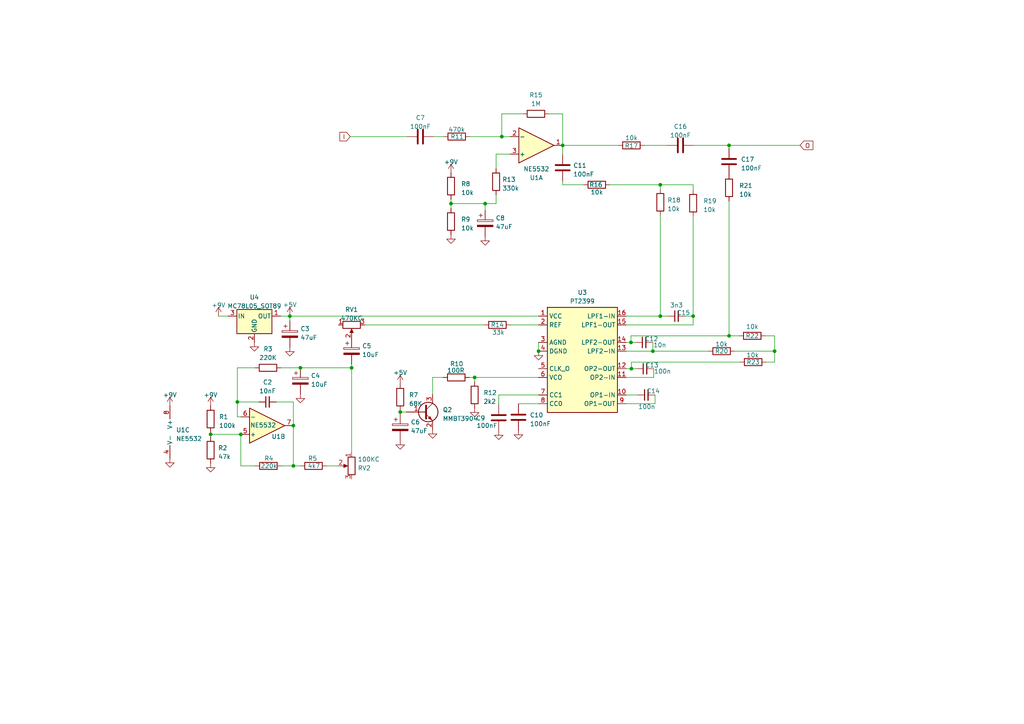
<source format=kicad_sch>
(kicad_sch (version 20230121) (generator eeschema)
  (paper "A4")
  (title_block (title "Little Angel Chorus") (date "2023-05-25") (rev "3") (company "Rick Holt - Frequency Central") (comment 1 " Birthday Edition"))
  (lib_symbols
    (symbol "Amplifier_Operational:NE5532" (pin_names (offset 0.127))
      (property "Reference" "U" (at 0 5.08 0))
      (property "Value" "NE5532" (at 0 -5.08 0))
      (symbol "NE5532_1_1"
        (polyline (pts (xy -5.08 5.08) (xy 5.08 0) (xy -5.08 -5.08) (xy -5.08 5.08)) (stroke (width 0.254)) (fill (type background)))
        (pin output line (at 7.62 0 180) (length 2.54) (name "~") (number "1"))
        (pin input line (at -7.62 -2.54 0) (length 2.54) (name "-") (number "2"))
        (pin input line (at -7.62 2.54 0) (length 2.54) (name "+") (number "3"))
      )
      (symbol "NE5532_2_1"
        (polyline (pts (xy -5.08 5.08) (xy 5.08 0) (xy -5.08 -5.08) (xy -5.08 5.08)) (stroke (width 0.254)) (fill (type background)))
        (pin input line (at -7.62 2.54 0) (length 2.54) (name "+") (number "5"))
        (pin input line (at -7.62 -2.54 0) (length 2.54) (name "-") (number "6"))
        (pin output line (at 7.62 0 180) (length 2.54) (name "~") (number "7"))
      )
      (symbol "NE5532_3_1"
        (pin power_in line (at -2.54 -7.62 90) (length 3.81) (name "V-") (number "4"))
        (pin power_in line (at -2.54 7.62 270) (length 3.81) (name "V+") (number "8"))
      )
    )
    (symbol "Audio:PT2399"
      (property "Reference" "U" (at 0 17.78 0))
      (property "Value" "PT2399" (at 0 -17.78 0))
      (symbol "PT2399_0_1"
        (rectangle (start -10.16 15.24) (end 10.16 -15.24) (stroke (width 0.254)) (fill (type background)))
      )
      (symbol "PT2399_1_1"
        (pin power_in line (at -12.7 12.7 0) (length 2.54) (name "VCC") (number "1"))
        (pin input line (at 12.7 -10.16 180) (length 2.54) (name "OP1-IN") (number "10"))
        (pin input line (at 12.7 -5.08 180) (length 2.54) (name "OP2-IN") (number "11"))
        (pin output line (at 12.7 -2.54 180) (length 2.54) (name "OP2-OUT") (number "12"))
        (pin input line (at 12.7 2.54 180) (length 2.54) (name "LPF2-IN") (number "13"))
        (pin output line (at 12.7 5.08 180) (length 2.54) (name "LPF2-OUT") (number "14"))
        (pin output line (at 12.7 10.16 180) (length 2.54) (name "LPF1-OUT") (number "15"))
        (pin input line (at 12.7 12.7 180) (length 2.54) (name "LPF1-IN") (number "16"))
        (pin passive line (at -12.7 10.16 0) (length 2.54) (name "REF") (number "2"))
        (pin power_in line (at -12.7 5.08 0) (length 2.54) (name "AGND") (number "3"))
        (pin power_in line (at -12.7 2.54 0) (length 2.54) (name "DGND") (number "4"))
        (pin passive line (at -12.7 -2.54 0) (length 2.54) (name "CLK_O") (number "5"))
        (pin passive line (at -12.7 -5.08 0) (length 2.54) (name "VCO") (number "6"))
        (pin passive line (at -12.7 -10.16 0) (length 2.54) (name "CC1") (number "7"))
        (pin passive line (at -12.7 -12.7 0) (length 2.54) (name "CC0") (number "8"))
        (pin output line (at 12.7 -12.7 180) (length 2.54) (name "OP1-OUT") (number "9"))
      )
    )
    (symbol "Device:C" (pin_numbers hide) (pin_names (offset 0.254))
      (property "Reference" "C" (at 0.635 2.54 0))
      (property "Value" "C" (at 0.635 -2.54 0))
      (symbol "C_0_1"
        (polyline (pts (xy -2.032 -0.762) (xy 2.032 -0.762)) (stroke (width 0.508)))
        (polyline (pts (xy -2.032 0.762) (xy 2.032 0.762)) (stroke (width 0.508)))
      )
      (symbol "C_1_1"
        (pin passive line (at 0 3.81 270) (length 2.794) (name "~") (number "1"))
        (pin passive line (at 0 -3.81 90) (length 2.794) (name "~") (number "2"))
      )
    )
    (symbol "Device:C_Polarized" (pin_numbers hide) (pin_names (offset 0.254))
      (property "Reference" "C" (at 0.635 2.54 0))
      (property "Value" "C_Polarized" (at 0.635 -2.54 0))
      (symbol "C_Polarized_0_1"
        (rectangle (start -2.286 0.508) (end 2.286 1.016))
        (polyline (pts (xy -1.778 2.286) (xy -0.762 2.286)))
        (polyline (pts (xy -1.27 2.794) (xy -1.27 1.778)))
        (rectangle (start 2.286 -0.508) (end -2.286 -1.016) (fill (type outline)))
      )
      (symbol "C_Polarized_1_1"
        (pin passive line (at 0 3.81 270) (length 2.794) (name "~") (number "1"))
        (pin passive line (at 0 -3.81 90) (length 2.794) (name "~") (number "2"))
      )
    )
    (symbol "Device:C_Small" (pin_numbers hide) (pin_names (offset 0.254) hide)
      (property "Reference" "C" (at 0.254 1.778 0))
      (property "Value" "C_Small" (at 0.254 -2.032 0))
      (symbol "C_Small_0_1"
        (polyline (pts (xy -1.524 -0.508) (xy 1.524 -0.508)) (stroke (width 0.3302)))
        (polyline (pts (xy -1.524 0.508) (xy 1.524 0.508)) (stroke (width 0.3048)))
      )
      (symbol "C_Small_1_1"
        (pin passive line (at 0 2.54 270) (length 2.032) (name "~") (number "1"))
        (pin passive line (at 0 -2.54 90) (length 2.032) (name "~") (number "2"))
      )
    )
    (symbol "Device:R" (pin_numbers hide) (pin_names (offset 0))
      (property "Reference" "R" (at 2.032 0 90))
      (property "Value" "R" (at 0 0 90))
      (symbol "R_0_1"
        (rectangle (start -1.016 -2.54) (end 1.016 2.54) (stroke (width 0.254)))
      )
      (symbol "R_1_1"
        (pin passive line (at 0 3.81 270) (length 1.27) (name "~") (number "1"))
        (pin passive line (at 0 -3.81 90) (length 1.27) (name "~") (number "2"))
      )
    )
    (symbol "Device:R_Potentiometer" (pin_names (offset 1.016) hide)
      (property "Reference" "RV" (at -4.445 0 90))
      (property "Value" "R_Potentiometer" (at -2.54 0 90))
      (symbol "R_Potentiometer_0_1"
        (polyline (pts (xy 2.54 0) (xy 1.524 0)))
        (polyline (pts (xy 1.143 0) (xy 2.286 0.508) (xy 2.286 -0.508) (xy 1.143 0)) (fill (type outline)))
        (rectangle (start 1.016 2.54) (end -1.016 -2.54) (stroke (width 0.254)))
      )
      (symbol "R_Potentiometer_1_1"
        (pin passive line (at 0 3.81 270) (length 1.27) (name "1") (number "1"))
        (pin passive line (at 3.81 0 180) (length 1.27) (name "2") (number "2"))
        (pin passive line (at 0 -3.81 90) (length 1.27) (name "3") (number "3"))
      )
    )
    (symbol "Regulator_Linear:MC78L05_SOT89" (pin_names (offset 0.254))
      (property "Reference" "U" (at -3.81 3.175 0))
      (property "Value" "MC78L05_SOT89" (at -0.635 3.175 0))
      (symbol "MC78L05_SOT89_0_1"
        (rectangle (start -5.08 1.905) (end 5.08 -5.08) (stroke (width 0.254)) (fill (type background)))
      )
      (symbol "MC78L05_SOT89_1_1"
        (pin power_out line (at 7.62 0 180) (length 2.54) (name "OUT") (number "1"))
        (pin power_in line (at 0 -7.62 90) (length 2.54) (name "GND") (number "2"))
        (pin power_in line (at -7.62 0 0) (length 2.54) (name "IN") (number "3"))
      )
    )
    (symbol "Transistor_BJT:MMBT3904" (pin_names (offset 0) hide)
      (property "Reference" "Q" (at 5.08 1.905 0))
      (property "Value" "MMBT3904" (at 5.08 0 0))
      (symbol "MMBT3904_0_1"
        (polyline (pts (xy 0.635 0.635) (xy 2.54 2.54)))
        (polyline (pts (xy 0.635 -0.635) (xy 2.54 -2.54) (xy 2.54 -2.54)))
        (polyline (pts (xy 0.635 1.905) (xy 0.635 -1.905) (xy 0.635 -1.905)) (stroke (width 0.508)))
        (polyline (pts (xy 1.27 -1.778) (xy 1.778 -1.27) (xy 2.286 -2.286) (xy 1.27 -1.778) (xy 1.27 -1.778)) (fill (type outline)))
        (circle (center 1.27 0) (radius 2.8194) (stroke (width 0.254)))
      )
      (symbol "MMBT3904_1_1"
        (pin input line (at -5.08 0 0) (length 5.715) (name "B") (number "1"))
        (pin passive line (at 2.54 -5.08 90) (length 2.54) (name "E") (number "2"))
        (pin passive line (at 2.54 5.08 270) (length 2.54) (name "C") (number "3"))
      )
    )
    (symbol "power:+5V" (power) (pin_names (offset 0))
      (property "Value" "+5V" (at 0 3.556 0))
      (symbol "+5V_0_1"
        (polyline (pts (xy -0.762 1.27) (xy 0 2.54)))
        (polyline (pts (xy 0 0) (xy 0 2.54)))
        (polyline (pts (xy 0 2.54) (xy 0.762 1.27)))
      )
      (symbol "+5V_1_1"
        (pin power_in line (at 0 0 90) (length 0) hide (name "+5V") (number "1"))
      )
    )
    (symbol "power:+9V" (power) (pin_names (offset 0))
      (property "Value" "+9V" (at 0 3.556 0))
      (symbol "+9V_0_1"
        (polyline (pts (xy -0.762 1.27) (xy 0 2.54)))
        (polyline (pts (xy 0 0) (xy 0 2.54)))
        (polyline (pts (xy 0 2.54) (xy 0.762 1.27)))
      )
      (symbol "+9V_1_1"
        (pin power_in line (at 0 0 90) (length 0) hide (name "+9V") (number "1"))
      )
    )
    (symbol "power:GND" (power) (pin_names (offset 0))
      (property "Value" "GND" (at 0 -3.81 0))
      (symbol "GND_0_1"
        (polyline (pts (xy 0 0) (xy 0 -1.27) (xy 1.27 -1.27) (xy 0 -2.54) (xy -1.27 -1.27) (xy 0 -1.27)))
      )
      (symbol "GND_1_1"
        (pin power_in line (at 0 0 270) (length 0) hide (name "GND") (number "1"))
      )
    )
  )
  (junction (at 137.668 109.474))
  (junction (at 61.087 125.984))
  (junction (at 156.21 101.854))
  (junction (at 191.516 91.694))
  (junction (at 101.981 106.68))
  (junction (at 87.122 106.68))
  (junction (at 140.716 59.055))
  (junction (at 201.041 91.694))
  (junction (at 224.663 101.854))
  (junction (at 183.007 99.314))
  (junction (at 189.357 101.854))
  (junction (at 85.09 135.128))
  (junction (at 183.134 106.934))
  (junction (at 69.85 125.984))
  (junction (at 145.542 39.624))
  (junction (at 116.078 119.507))
  (junction (at 211.455 42.164))
  (junction (at 84.074 91.694))
  (junction (at 130.81 59.055))
  (junction (at 163.195 42.164))
  (junction (at 68.834 116.586))
  (junction (at 85.09 123.444))
  (junction (at 191.516 53.594))
  (junction (at 211.455 97.409))
  (wire (pts (xy 176.911 53.594) (xy 191.516 53.594)))
  (wire (pts (xy 189.992 117.094) (xy 189.992 114.554)))
  (wire (pts (xy 101.981 106.68) (xy 101.981 105.664)))
  (wire (pts (xy 198.755 91.694) (xy 201.041 91.694)))
  (wire (pts (xy 84.074 91.694) (xy 156.21 91.694)))
  (wire (pts (xy 163.195 42.164) (xy 179.324 42.164)))
  (wire (pts (xy 84.074 93.091) (xy 84.074 91.694)))
  (wire (pts (xy 189.357 101.854) (xy 205.486 101.854)))
  (wire (pts (xy 105.791 94.234) (xy 140.462 94.234)))
  (wire (pts (xy 68.834 120.904) (xy 69.85 120.904)))
  (wire (pts (xy 148.082 94.234) (xy 156.21 94.234)))
  (wire (pts (xy 211.455 97.409) (xy 214.376 97.409)))
  (wire (pts (xy 186.944 42.164) (xy 193.548 42.164)))
  (wire (pts (xy 224.663 101.854) (xy 224.663 105.029)))
  (wire (pts (xy 81.407 91.694) (xy 84.074 91.694)))
  (wire (pts (xy 117.856 119.507) (xy 116.078 119.507)))
  (wire (pts (xy 224.663 97.409) (xy 224.663 101.854)))
  (wire (pts (xy 221.996 97.409) (xy 224.663 97.409)))
  (wire (pts (xy 189.611 109.474) (xy 189.611 106.934)))
  (wire (pts (xy 136.271 39.624) (xy 145.542 39.624)))
  (wire (pts (xy 163.195 53.594) (xy 169.291 53.594)))
  (wire (pts (xy 183.007 97.409) (xy 183.007 99.314)))
  (wire (pts (xy 181.61 91.694) (xy 191.516 91.694)))
  (wire (pts (xy 163.195 42.164) (xy 163.195 33.02)))
  (wire (pts (xy 224.663 105.029) (xy 222.25 105.029)))
  (wire (pts (xy 61.087 125.984) (xy 69.85 125.984)))
  (wire (pts (xy 68.834 106.68) (xy 68.834 116.586)))
  (wire (pts (xy 211.455 58.293) (xy 211.455 97.409)))
  (wire (pts (xy 61.087 125.984) (xy 61.087 126.746)))
  (wire (pts (xy 181.61 117.094) (xy 189.992 117.094)))
  (wire (pts (xy 163.195 42.164) (xy 163.195 44.831)))
  (wire (pts (xy 73.914 106.68) (xy 68.834 106.68)))
  (wire (pts (xy 183.134 106.934) (xy 184.531 106.934)))
  (wire (pts (xy 183.134 105.029) (xy 183.134 106.934)))
  (wire (pts (xy 101.981 106.68) (xy 101.981 131.318)))
  (wire (pts (xy 181.61 99.314) (xy 183.007 99.314)))
  (wire (pts (xy 163.195 52.451) (xy 163.195 53.594)))
  (wire (pts (xy 191.516 53.594) (xy 201.041 53.594)))
  (wire (pts (xy 81.661 135.128) (xy 85.09 135.128)))
  (wire (pts (xy 130.81 60.452) (xy 130.81 59.055)))
  (wire (pts (xy 181.61 94.234) (xy 201.041 94.234)))
  (wire (pts (xy 101.6 39.624) (xy 118.11 39.624)))
  (wire (pts (xy 201.041 91.694) (xy 201.041 94.234)))
  (wire (pts (xy 211.455 42.164) (xy 232.029 42.164)))
  (wire (pts (xy 125.476 109.474) (xy 125.476 114.427)))
  (wire (pts (xy 145.542 39.624) (xy 147.955 39.624)))
  (wire (pts (xy 130.81 59.055) (xy 130.81 57.785)))
  (wire (pts (xy 214.63 105.029) (xy 183.134 105.029)))
  (wire (pts (xy 128.524 109.474) (xy 125.476 109.474)))
  (wire (pts (xy 191.516 62.484) (xy 191.516 91.694)))
  (wire (pts (xy 80.137 116.586) (xy 85.09 116.586)))
  (wire (pts (xy 69.85 135.128) (xy 74.041 135.128)))
  (wire (pts (xy 151.638 33.02) (xy 145.542 33.02)))
  (wire (pts (xy 87.122 106.68) (xy 101.981 106.68)))
  (wire (pts (xy 75.057 116.586) (xy 68.834 116.586)))
  (wire (pts (xy 85.09 116.586) (xy 85.09 123.444)))
  (wire (pts (xy 156.21 99.314) (xy 156.21 101.854)))
  (wire (pts (xy 213.106 101.854) (xy 224.663 101.854)))
  (wire (pts (xy 143.891 44.704) (xy 143.891 48.895)))
  (wire (pts (xy 201.041 62.738) (xy 201.041 91.694)))
  (wire (pts (xy 94.742 135.128) (xy 98.171 135.128)))
  (wire (pts (xy 116.078 119.507) (xy 116.078 118.999)))
  (wire (pts (xy 183.134 106.934) (xy 181.61 106.934)))
  (wire (pts (xy 181.61 109.474) (xy 189.611 109.474)))
  (wire (pts (xy 130.81 59.055) (xy 140.716 59.055)))
  (wire (pts (xy 137.668 109.474) (xy 137.668 110.744)))
  (wire (pts (xy 116.078 119.507) (xy 116.078 120.142)))
  (wire (pts (xy 145.542 33.02) (xy 145.542 39.624)))
  (wire (pts (xy 201.168 42.164) (xy 211.455 42.164)))
  (wire (pts (xy 85.09 135.128) (xy 87.122 135.128)))
  (wire (pts (xy 140.716 60.96) (xy 140.716 59.055)))
  (wire (pts (xy 183.007 97.409) (xy 211.455 97.409)))
  (wire (pts (xy 144.653 114.554) (xy 156.21 114.554)))
  (wire (pts (xy 181.61 101.854) (xy 189.357 101.854)))
  (wire (pts (xy 189.357 99.314) (xy 189.357 101.854)))
  (wire (pts (xy 143.891 59.055) (xy 140.716 59.055)))
  (wire (pts (xy 211.455 42.164) (xy 211.455 43.053)))
  (wire (pts (xy 66.167 91.694) (xy 63.373 91.694)))
  (wire (pts (xy 136.144 109.474) (xy 137.668 109.474)))
  (wire (pts (xy 68.834 116.586) (xy 68.834 120.904)))
  (wire (pts (xy 69.85 125.984) (xy 69.85 135.128)))
  (wire (pts (xy 85.09 123.444) (xy 85.09 135.128)))
  (wire (pts (xy 163.195 33.02) (xy 159.258 33.02)))
  (wire (pts (xy 143.891 56.515) (xy 143.891 59.055)))
  (wire (pts (xy 61.087 125.349) (xy 61.087 125.984)))
  (wire (pts (xy 183.007 99.314) (xy 184.277 99.314)))
  (wire (pts (xy 137.668 109.474) (xy 156.21 109.474)))
  (wire (pts (xy 147.955 44.704) (xy 143.891 44.704)))
  (wire (pts (xy 156.21 117.094) (xy 150.368 117.094)))
  (wire (pts (xy 81.534 106.68) (xy 87.122 106.68)))
  (wire (pts (xy 201.041 53.594) (xy 201.041 55.118)))
  (wire (pts (xy 191.516 91.694) (xy 193.675 91.694)))
  (wire (pts (xy 150.368 117.094) (xy 150.368 117.221)))
  (wire (pts (xy 144.653 117.348) (xy 144.653 114.554)))
  (wire (pts (xy 125.73 39.624) (xy 128.651 39.624)))
  (wire (pts (xy 191.516 54.864) (xy 191.516 53.594)))
  (wire (pts (xy 181.61 114.554) (xy 184.912 114.554)))
  (image (at -114.935 77.343) (scale 3.19149))
  (global_label "I" (shape input) (at 101.6 39.624 180) (property "Intersheetrefs" "${INTERSHEET_REFS}" (effects hide)))
  (global_label "O" (shape input) (at 232.029 42.164 0) (property "Intersheetrefs" "${INTERSHEET_REFS}" (effects hide)))
  (symbol (lib_id "Transistor_BJT:MMBT3904") (at 122.936 119.507 0) (unit 1)
    (property "Reference" "Q2" (at 128.397 118.872 0) (effects (justify left)))
    (property "Value" "MMBT3904" (at 128.397 121.412 0) (effects (justify left)))
    (property "Footprint" "Package_TO_SOT_SMD:SOT-23" (effects hide))
    (property "Datasheet" "https://www.onsemi.com/pub/Collateral/2N3903-D.PDF" (effects hide))
  )
  (symbol (lib_id "Device:C") (at 121.92 39.624 90) (unit 1)
    (property "Reference" "C7" (at 121.92 34.163 90))
    (property "Value" "100nF" (at 121.92 36.703 90))
    (property "Footprint" "Capacitor_SMD:C_0805_2012Metric_Pad1.18x1.45mm_HandSolder" (effects hide))
  )
  (symbol (lib_id "power:GND") (at 87.122 114.3 0) (unit 1)
    (property "Reference" "#PWR010" (effects hide))
    (property "Value" "Earth" (effects hide))
  )
  (symbol (lib_id "Device:R") (at 77.851 135.128 90) (unit 1)
    (property "Reference" "R4" (at 77.978 132.969 90))
    (property "Value" "220k" (at 77.978 135.128 90))
    (property "Footprint" "Resistor_SMD:R_0805_2012Metric_Pad1.20x1.40mm_HandSolder" (effects hide))
  )
  (symbol (lib_id "power:+9V") (at 130.81 50.165 0) (unit 1)
    (property "Reference" "#PWR016" (effects hide))
    (property "Value" "+9V" (at 130.81 46.99 0))
  )
  (symbol (lib_id "Device:C_Polarized") (at 84.074 96.901 0) (unit 1)
    (property "Reference" "C3" (at 87.122 95.377 0) (effects (justify left)))
    (property "Value" "47uF" (at 87.122 97.917 0) (effects (justify left)))
    (property "Footprint" "Capacitor_THT:CP_Radial_D6.3mm_P2.50mm" (effects hide))
  )
  (symbol (lib_id "Device:R") (at 183.134 42.164 90) (unit 1)
    (property "Reference" "R17" (at 183.134 42.291 90))
    (property "Value" "10k" (at 183.134 40.005 90))
    (property "Footprint" "Resistor_SMD:R_0805_2012Metric_Pad1.20x1.40mm_HandSolder" (effects hide))
  )
  (symbol (lib_id "Device:R") (at 218.186 97.409 270) (unit 1)
    (property "Reference" "R22" (at 218.186 97.409 90))
    (property "Value" "10k" (at 218.186 94.742 90))
    (property "Footprint" "Resistor_SMD:R_0805_2012Metric_Pad1.20x1.40mm_HandSolder" (effects hide))
  )
  (symbol (lib_id "Device:C_Polarized") (at 140.716 64.77 0) (unit 1)
    (property "Reference" "C8" (at 143.764 63.246 0) (effects (justify left)))
    (property "Value" "47uF" (at 143.764 65.786 0) (effects (justify left)))
    (property "Footprint" "Capacitor_THT:CP_Radial_D6.3mm_P2.50mm" (effects hide))
  )
  (symbol (lib_id "Device:R_Potentiometer") (at 101.981 94.234 90) (mirror x) (unit 1)
    (property "Reference" "RV1" (at 101.981 89.789 90))
    (property "Value" "470KC" (at 101.981 92.329 90))
    (property "Footprint" "Potentiometer_THT:Potentiometer_Alpha_RD901F-40-00D_Single_Vertical" (effects hide))
  )
  (symbol (lib_id "power:GND") (at 73.787 99.314 0) (unit 1)
    (property "Reference" "#PWR07" (effects hide))
    (property "Value" "Earth" (effects hide))
  )
  (symbol (lib_id "power:GND") (at 156.21 101.854 0) (unit 1)
    (property "Reference" "#PWR022" (effects hide))
    (property "Value" "Earth" (effects hide))
  )
  (symbol (lib_id "Device:R") (at 144.272 94.234 90) (unit 1)
    (property "Reference" "R14" (at 144.272 94.234 90))
    (property "Value" "33k" (at 144.526 96.393 90))
    (property "Footprint" "Resistor_SMD:R_0805_2012Metric_Pad1.20x1.40mm_HandSolder" (effects hide))
  )
  (symbol (lib_id "Device:R") (at 173.101 53.594 90) (unit 1)
    (property "Reference" "R16" (at 172.847 53.594 90))
    (property "Value" "10k" (at 173.101 55.753 90))
    (property "Footprint" "Resistor_SMD:R_0805_2012Metric_Pad1.20x1.40mm_HandSolder" (effects hide))
  )
  (symbol (lib_id "power:GND") (at 61.087 134.366 0) (unit 1)
    (property "Reference" "#PWR04" (effects hide))
    (property "Value" "Earth" (effects hide))
  )
  (symbol (lib_id "power:+5V") (at 116.078 111.379 0) (unit 1)
    (property "Reference" "#PWR013" (effects hide))
    (property "Value" "+5V" (at 116.078 108.077 0))
  )
  (symbol (lib_id "Device:R") (at 155.448 33.02 90) (unit 1)
    (property "Reference" "R15" (at 155.448 27.559 90))
    (property "Value" "1M" (at 155.448 30.099 90))
    (property "Footprint" "Resistor_SMD:R_0805_2012Metric_Pad1.20x1.40mm_HandSolder" (effects hide))
  )
  (symbol (lib_id "Device:R") (at 132.461 39.624 90) (unit 1)
    (property "Reference" "R11" (at 132.588 39.624 90))
    (property "Value" "470k" (at 132.461 37.592 90))
    (property "Footprint" "Resistor_SMD:R_0805_2012Metric_Pad1.20x1.40mm_HandSolder" (effects hide))
  )
  (symbol (lib_id "Device:C_Small") (at 77.597 116.586 90) (unit 1)
    (property "Reference" "C2" (at 77.6033 110.871 90))
    (property "Value" "10nF" (at 77.6033 113.411 90))
    (property "Footprint" "Capacitor_SMD:C_0805_2012Metric_Pad1.18x1.45mm_HandSolder" (effects hide))
  )
  (symbol (lib_id "Device:C_Small") (at 196.215 91.694 90) (unit 1)
    (property "Reference" "C15" (at 198.247 90.678 90))
    (property "Value" "3n3" (at 196.2213 88.519 90))
    (property "Footprint" "Capacitor_SMD:C_0805_2012Metric_Pad1.18x1.45mm_HandSolder" (effects hide))
  )
  (symbol (lib_id "Audio:PT2399") (at 168.91 104.394 0) (unit 1)
    (property "Reference" "U3" (at 168.91 84.836 0))
    (property "Value" "PT2399" (at 168.91 87.376 0))
    (property "Footprint" "Package_SO:SOIC-16_4.55x10.3mm_P1.27mm" (effects hide))
    (property "Datasheet" "http://sound.westhost.com/pt2399.pdf" (effects hide))
  )
  (symbol (lib_id "Device:C_Polarized") (at 101.981 101.854 0) (unit 1)
    (property "Reference" "C5" (at 105.029 100.33 0) (effects (justify left)))
    (property "Value" "10uF" (at 105.029 102.87 0) (effects (justify left)))
    (property "Footprint" "Capacitor_THT:CP_Radial_D6.3mm_P2.50mm" (effects hide))
  )
  (symbol (lib_id "Device:C") (at 197.358 42.164 90) (unit 1)
    (property "Reference" "C16" (at 197.358 36.703 90))
    (property "Value" "100nF" (at 197.358 39.243 90))
    (property "Footprint" "Capacitor_SMD:C_0805_2012Metric_Pad1.18x1.45mm_HandSolder" (effects hide))
  )
  (symbol (lib_id "Device:R") (at 209.296 101.854 270) (unit 1)
    (property "Reference" "R20" (at 209.296 101.854 90))
    (property "Value" "10k" (at 209.296 99.822 90))
    (property "Footprint" "Resistor_SMD:R_0805_2012Metric_Pad1.20x1.40mm_HandSolder" (effects hide))
  )
  (symbol (lib_id "power:GND") (at 125.476 124.587 0) (unit 1)
    (property "Reference" "#PWR015" (effects hide))
    (property "Value" "Earth" (effects hide))
  )
  (symbol (lib_id "Device:R") (at 132.334 109.474 90) (unit 1)
    (property "Reference" "R10" (at 132.461 105.537 90))
    (property "Value" "100R" (at 132.207 107.442 90))
    (property "Footprint" "Resistor_SMD:R_0805_2012Metric_Pad1.20x1.40mm_HandSolder" (effects hide))
  )
  (symbol (lib_id "Device:R") (at 77.724 106.68 90) (unit 1)
    (property "Reference" "R3" (at 77.724 101.219 90))
    (property "Value" "220K" (at 77.724 103.759 90))
    (property "Footprint" "Resistor_SMD:R_0805_2012Metric_Pad1.20x1.40mm_HandSolder" (effects hide))
  )
  (symbol (lib_id "power:GND") (at 150.368 124.841 0) (unit 1)
    (property "Reference" "#PWR021" (effects hide))
    (property "Value" "Earth" (effects hide))
  )
  (symbol (lib_id "Device:R") (at 211.455 54.483 180) (unit 1)
    (property "Reference" "R21" (at 214.376 53.848 0) (effects (justify right)))
    (property "Value" "10k" (at 214.376 56.388 0) (effects (justify right)))
    (property "Footprint" "Resistor_SMD:R_0805_2012Metric_Pad1.20x1.40mm_HandSolder" (effects hide))
  )
  (symbol (lib_id "Device:R") (at 61.087 121.539 180) (unit 1)
    (property "Reference" "R1" (at 63.5 120.904 0) (effects (justify right)))
    (property "Value" "100k" (at 63.5 123.444 0) (effects (justify right)))
    (property "Footprint" "Resistor_SMD:R_0805_2012Metric_Pad1.20x1.40mm_HandSolder" (effects hide))
  )
  (symbol (lib_id "Device:R") (at 218.44 105.029 270) (unit 1)
    (property "Reference" "R23" (at 218.44 105.029 90))
    (property "Value" "10k" (at 218.313 102.997 90))
    (property "Footprint" "Resistor_SMD:R_0805_2012Metric_Pad1.20x1.40mm_HandSolder" (effects hide))
  )
  (symbol (lib_id "Device:R") (at 143.891 52.705 180) (unit 1)
    (property "Reference" "R13" (at 145.669 52.07 0) (effects (justify right)))
    (property "Value" "330k" (at 145.669 54.61 0) (effects (justify right)))
    (property "Footprint" "Resistor_SMD:R_0805_2012Metric_Pad1.20x1.40mm_HandSolder" (effects hide))
  )
  (symbol (lib_id "Device:C") (at 144.653 121.158 180) (unit 1)
    (property "Reference" "C9" (at 138.049 121.285 0) (effects (justify right)))
    (property "Value" "100nF" (at 138.176 123.444 0) (effects (justify right)))
    (property "Footprint" "Capacitor_SMD:C_0805_2012Metric_Pad1.18x1.45mm_HandSolder" (effects hide))
  )
  (symbol (lib_id "Device:R") (at 130.81 64.262 180) (unit 1)
    (property "Reference" "R9" (at 133.731 63.627 0) (effects (justify right)))
    (property "Value" "10k" (at 133.731 66.167 0) (effects (justify right)))
    (property "Footprint" "Resistor_SMD:R_0805_2012Metric_Pad1.20x1.40mm_HandSolder" (effects hide))
  )
  (symbol (lib_id "Device:R") (at 61.087 130.556 180) (unit 1)
    (property "Reference" "R2" (at 63.246 129.921 0) (effects (justify right)))
    (property "Value" "47k" (at 63.246 132.461 0) (effects (justify right)))
    (property "Footprint" "Resistor_SMD:R_0805_2012Metric_Pad1.20x1.40mm_HandSolder" (effects hide))
  )
  (symbol (lib_id "power:GND") (at 137.668 118.364 0) (unit 1)
    (property "Reference" "#PWR018" (effects hide))
    (property "Value" "Earth" (effects hide))
  )
  (symbol (lib_id "Device:C") (at 163.195 48.641 180) (unit 1)
    (property "Reference" "C11" (at 166.243 48.006 0) (effects (justify right)))
    (property "Value" "100nF" (at 166.243 50.546 0) (effects (justify right)))
    (property "Footprint" "Capacitor_SMD:C_0805_2012Metric_Pad1.18x1.45mm_HandSolder" (effects hide))
  )
  (symbol (lib_id "power:GND") (at 49.276 132.969 0) (unit 1)
    (property "Reference" "#PWR02" (effects hide))
    (property "Value" "Earth" (effects hide))
  )
  (symbol (lib_id "power:+9V") (at 63.373 91.694 0) (unit 1)
    (property "Reference" "#PWR05" (effects hide))
    (property "Value" "+9V" (at 63.373 88.519 0))
  )
  (symbol (lib_id "power:GND") (at 116.078 127.762 0) (unit 1)
    (property "Reference" "#PWR014" (effects hide))
    (property "Value" "Earth" (effects hide))
  )
  (symbol (lib_id "Device:R") (at 191.516 58.674 180) (unit 1)
    (property "Reference" "R18" (at 193.548 58.039 0) (effects (justify right)))
    (property "Value" "10k" (at 193.548 60.579 0) (effects (justify right)))
    (property "Footprint" "Resistor_SMD:R_0805_2012Metric_Pad1.20x1.40mm_HandSolder" (effects hide))
  )
  (symbol (lib_id "Device:C_Small") (at 187.452 114.554 90) (unit 1)
    (property "Reference" "C14" (at 189.484 113.411 90))
    (property "Value" "100n" (at 187.579 117.983 90))
    (property "Footprint" "Capacitor_SMD:C_0805_2012Metric_Pad1.18x1.45mm_HandSolder" (effects hide))
  )
  (symbol (lib_id "Amplifier_Operational:NE5532") (at 51.816 125.349 0) (unit 3)
    (property "Reference" "U1" (at 51.054 124.714 0) (effects (justify left)))
    (property "Value" "NE5532" (at 51.054 127.254 0) (effects (justify left)))
    (property "Footprint" "Package_SO:SOIC-8_5.275x5.275mm_P1.27mm" (effects hide))
    (property "Datasheet" "http://www.ti.com/lit/ds/symlink/ne5532.pdf" (effects hide))
  )
  (symbol (lib_id "Device:C") (at 211.455 46.863 180) (unit 1)
    (property "Reference" "C17" (at 214.884 46.228 0) (effects (justify right)))
    (property "Value" "100nF" (at 214.884 48.768 0) (effects (justify right)))
    (property "Footprint" "Capacitor_SMD:C_0805_2012Metric_Pad1.18x1.45mm_HandSolder" (effects hide))
  )
  (symbol (lib_id "Device:C_Small") (at 186.817 99.314 90) (unit 1)
    (property "Reference" "C12" (at 188.976 98.298 90))
    (property "Value" "10n" (at 191.389 100.076 90))
    (property "Footprint" "Capacitor_SMD:C_0805_2012Metric_Pad1.18x1.45mm_HandSolder" (effects hide))
  )
  (symbol (lib_id "power:GND") (at 84.074 100.711 0) (unit 1)
    (property "Reference" "#PWR09" (effects hide))
    (property "Value" "Earth" (effects hide))
  )
  (symbol (lib_id "power:+9V") (at 49.276 117.729 0) (unit 1)
    (property "Reference" "#PWR01" (effects hide))
    (property "Value" "+9V" (at 49.276 114.554 0))
  )
  (symbol (lib_id "Device:R") (at 116.078 115.189 180) (unit 1)
    (property "Reference" "R7" (at 118.618 114.554 0) (effects (justify right)))
    (property "Value" "68K" (at 118.618 117.094 0) (effects (justify right)))
    (property "Footprint" "Resistor_SMD:R_0805_2012Metric_Pad1.20x1.40mm_HandSolder" (effects hide))
  )
  (symbol (lib_id "power:GND") (at 130.81 68.072 0) (unit 1)
    (property "Reference" "#PWR017" (effects hide))
    (property "Value" "Earth" (effects hide))
  )
  (symbol (lib_id "Device:R") (at 137.668 114.554 180) (unit 1)
    (property "Reference" "R12" (at 140.208 113.919 0) (effects (justify right)))
    (property "Value" "2k2" (at 140.208 116.459 0) (effects (justify right)))
    (property "Footprint" "Resistor_SMD:R_0805_2012Metric_Pad1.20x1.40mm_HandSolder" (effects hide))
  )
  (symbol (lib_id "power:+5V") (at 84.074 91.694 0) (unit 1)
    (property "Reference" "#PWR08" (effects hide))
    (property "Value" "+5V" (at 84.074 88.392 0))
  )
  (symbol (lib_id "Device:C_Polarized") (at 87.122 110.49 0) (unit 1)
    (property "Reference" "C4" (at 90.17 108.966 0) (effects (justify left)))
    (property "Value" "10uF" (at 90.17 111.506 0) (effects (justify left)))
    (property "Footprint" "Capacitor_THT:CP_Radial_D6.3mm_P2.50mm" (effects hide))
  )
  (symbol (lib_id "power:+9V") (at 61.087 117.729 0) (unit 1)
    (property "Reference" "#PWR03" (effects hide))
    (property "Value" "+9V" (at 61.087 114.554 0))
  )
  (symbol (lib_id "Device:C_Small") (at 187.071 106.934 90) (unit 1)
    (property "Reference" "C13" (at 189.103 105.918 90))
    (property "Value" "100n" (at 192.151 107.696 90))
    (property "Footprint" "Capacitor_SMD:C_0805_2012Metric_Pad1.18x1.45mm_HandSolder" (effects hide))
  )
  (symbol (lib_id "Device:C_Polarized") (at 116.078 123.952 0) (unit 1)
    (property "Reference" "C6" (at 119.126 122.428 0) (effects (justify left)))
    (property "Value" "47uF" (at 119.126 124.968 0) (effects (justify left)))
    (property "Footprint" "Capacitor_THT:CP_Radial_D6.3mm_P2.50mm" (effects hide))
  )
  (symbol (lib_id "power:GND") (at 140.716 68.58 0) (unit 1)
    (property "Reference" "#PWR019" (effects hide))
    (property "Value" "Earth" (effects hide))
  )
  (symbol (lib_id "Device:C") (at 150.368 121.031 180) (unit 1)
    (property "Reference" "C10" (at 153.67 120.396 0) (effects (justify right)))
    (property "Value" "100nF" (at 153.67 122.936 0) (effects (justify right)))
    (property "Footprint" "Capacitor_SMD:C_0805_2012Metric_Pad1.18x1.45mm_HandSolder" (effects hide))
  )
  (symbol (lib_id "Device:R_Potentiometer") (at 101.981 135.128 0) (mirror y) (unit 1)
    (property "Reference" "RV2" (at 103.759 135.763 0) (effects (justify right)))
    (property "Value" "100KC" (at 103.759 133.223 0) (effects (justify right)))
    (property "Footprint" "Potentiometer_THT:Potentiometer_Alpha_RD901F-40-00D_Single_Vertical" (effects hide))
  )
  (symbol (lib_id "Device:R") (at 201.041 58.928 180) (unit 1)
    (property "Reference" "R19" (at 203.962 58.293 0) (effects (justify right)))
    (property "Value" "10k" (at 203.962 60.833 0) (effects (justify right)))
    (property "Footprint" "Resistor_SMD:R_0805_2012Metric_Pad1.20x1.40mm_HandSolder" (effects hide))
  )
  (symbol (lib_id "Regulator_Linear:MC78L05_SOT89") (at 73.787 91.694 0) (unit 1)
    (property "Reference" "U4" (at 73.787 86.233 0))
    (property "Value" "MC78L05_SOT89" (at 73.787 88.773 0))
    (property "Footprint" "Package_TO_SOT_SMD:SOT-89-3" (effects hide))
    (property "Datasheet" "https://www.onsemi.com/pub/Collateral/MC78L00A-D.PDF" (effects hide))
  )
  (symbol (lib_id "Amplifier_Operational:NE5532") (at 155.575 42.164 0) (mirror x) (unit 1)
    (property "Reference" "U1" (at 155.575 51.562 0))
    (property "Value" "NE5532" (at 155.575 49.022 0))
    (property "Footprint" "Package_SO:SOIC-8_5.275x5.275mm_P1.27mm" (effects hide))
    (property "Datasheet" "http://www.ti.com/lit/ds/symlink/ne5532.pdf" (effects hide))
  )
  (symbol (lib_id "Amplifier_Operational:NE5532") (at 77.47 123.444 0) (mirror x) (unit 2)
    (property "Reference" "U1" (at 80.772 126.619 0))
    (property "Value" "NE5532" (at 76.327 123.317 0))
    (property "Footprint" "Package_SO:SOIC-8_5.275x5.275mm_P1.27mm" (effects hide))
    (property "Datasheet" "http://www.ti.com/lit/ds/symlink/ne5532.pdf" (effects hide))
  )
  (symbol (lib_id "Device:R") (at 90.932 135.128 90) (unit 1)
    (property "Reference" "R5" (at 90.678 132.969 90))
    (property "Value" "4k7" (at 91.059 135.128 90))
    (property "Footprint" "Resistor_SMD:R_0805_2012Metric_Pad1.20x1.40mm_HandSolder" (effects hide))
  )
  (symbol (lib_id "Device:R") (at 130.81 53.975 180) (unit 1)
    (property "Reference" "R8" (at 133.731 53.34 0) (effects (justify right)))
    (property "Value" "10k" (at 133.731 55.88 0) (effects (justify right)))
    (property "Footprint" "Resistor_SMD:R_0805_2012Metric_Pad1.20x1.40mm_HandSolder" (effects hide))
  )
  (symbol (lib_id "power:GND") (at 144.653 124.968 0) (unit 1)
    (property "Reference" "#PWR020" (effects hide))
    (property "Value" "Earth" (effects hide))
  )
  (sheet (at 21.59 246.38) (size 59.69 39.37) (stroke (width 0.1524))
    (property "Sheetname" "Hardware" (at 21.59 245.6684 0) (effects (justify left bottom)))
    (property "Sheetfile" "hardware.kicad_sch" (at 21.59 286.3346 0) (effects (justify left top)))
  )
)
</source>
